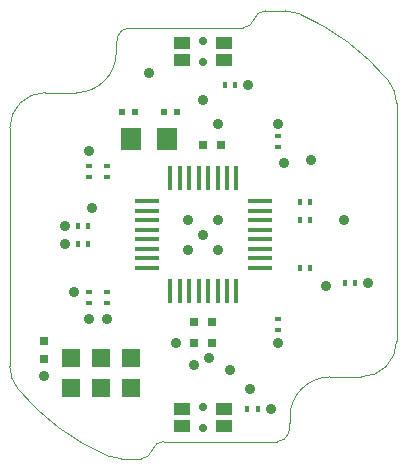
<source format=gts>
%FSLAX46Y46*%
G04 Gerber Fmt 4.6, Leading zero omitted, Abs format (unit mm)*
G04 Created by KiCad (PCBNEW (2014-jul-16 BZR unknown)-product) date Fri 15 May 2015 05:11:27 PM EDT*
%MOMM*%
G01*
G04 APERTURE LIST*
%ADD10C,0.150000*%
%ADD11C,0.010000*%
%ADD12R,0.800000X0.750000*%
%ADD13R,0.600000X0.500000*%
%ADD14R,0.600000X0.400000*%
%ADD15R,0.400000X0.600000*%
%ADD16C,0.710000*%
%ADD17R,1.400000X1.050000*%
%ADD18R,0.449580X1.998980*%
%ADD19R,1.998980X0.449580*%
%ADD20R,1.700000X1.900000*%
%ADD21R,0.750000X0.800000*%
%ADD22R,1.524000X1.524000*%
%ADD23C,0.889000*%
G04 APERTURE END LIST*
D10*
D11*
X-6279774Y17513859D02*
X3350000Y17513859D01*
X-7241037Y16789496D02*
G75*
G02X-6279774Y17513859I961263J-275638D01*
G74*
G01*
X-7356884Y15967105D02*
G75*
G02X-7241219Y16788858I2999998J-3246D01*
G74*
G01*
X-7356886Y15963859D02*
X-7356886Y15434116D01*
X-7356886Y15434116D02*
G75*
G02X-10756886Y12034116I-3400000J0D01*
G74*
G01*
X-10756886Y12034116D02*
X-13373666Y12034116D01*
X-16373661Y9039352D02*
G75*
G02X-13373666Y12034116I2999995J-5236D01*
G74*
G01*
X-16373667Y9034116D02*
X-16373667Y-11131265D01*
X-15681866Y-13047567D02*
G75*
G02X-16373667Y-11131265I2308197J1916302D01*
G74*
G01*
X-8143775Y-18703981D02*
G75*
G02X-15679470Y-13050448I8143775J18703983D01*
G74*
G01*
X-6924282Y-18963859D02*
G75*
G02X-8115544Y-18716248I2203J2999999D01*
G74*
G01*
X-6922082Y-18963860D02*
X-5272889Y-18963860D01*
X-4311626Y-18239497D02*
G75*
G02X-5272889Y-18963860I-961263J275638D01*
G74*
G01*
X-4311262Y-18238222D02*
G75*
G02X-3350000Y-17513859I961262J-275637D01*
G74*
G01*
X6279774Y-17513859D02*
X-3350000Y-17513859D01*
X7241037Y-16789496D02*
G75*
G02X6279774Y-17513859I-961263J275638D01*
G74*
G01*
X7356884Y-15967105D02*
G75*
G02X7241219Y-16788858I-2999998J3246D01*
G74*
G01*
X7356886Y-15963859D02*
X7356886Y-15434116D01*
X7356886Y-15434116D02*
G75*
G02X10756886Y-12034116I3400000J0D01*
G74*
G01*
X10756886Y-12034116D02*
X13373666Y-12034116D01*
X16373661Y-9039352D02*
G75*
G02X13373666Y-12034116I-2999995J5236D01*
G74*
G01*
X16373667Y-9034116D02*
X16373667Y11131265D01*
X15681866Y13047567D02*
G75*
G02X16373667Y11131265I-2308197J-1916302D01*
G74*
G01*
X8143775Y18703981D02*
G75*
G02X15679470Y13050448I-8143775J-18703983D01*
G74*
G01*
X6924282Y18963859D02*
G75*
G02X8115544Y18716248I-2203J-2999999D01*
G74*
G01*
X6922082Y18963860D02*
X5272889Y18963860D01*
X4311626Y18239497D02*
G75*
G02X5272889Y18963860I961263J-275638D01*
G74*
G01*
X4311262Y18238222D02*
G75*
G02X3350000Y17513859I-961262J275637D01*
G74*
G01*
D12*
X12000Y7620000D03*
X1512000Y7620000D03*
X-750000Y-9144000D03*
X750000Y-9144000D03*
X-750000Y-7366000D03*
X750000Y-7366000D03*
D13*
X-6900000Y10414000D03*
X-5800000Y10414000D03*
X-2244000Y10414000D03*
X-3344000Y10414000D03*
D14*
X-8128000Y4884000D03*
X-8128000Y5784000D03*
X-9652000Y4884000D03*
X-9652000Y5784000D03*
D15*
X-9710000Y762000D03*
X-10610000Y762000D03*
X-9710000Y-762000D03*
X-10610000Y-762000D03*
D14*
X-9652000Y-4884000D03*
X-9652000Y-5784000D03*
X-8128000Y-4884000D03*
X-8128000Y-5784000D03*
X6350000Y-7170000D03*
X6350000Y-8070000D03*
D15*
X8186000Y-2794000D03*
X9086000Y-2794000D03*
X8186000Y1270000D03*
X9086000Y1270000D03*
X8186000Y2794000D03*
X9086000Y2794000D03*
D14*
X6350000Y8324000D03*
X6350000Y7424000D03*
D15*
X1836000Y12700000D03*
X2736000Y12700000D03*
X3741000Y-14732000D03*
X4641000Y-14732000D03*
X11996000Y-4064000D03*
X12896000Y-4064000D03*
D16*
X0Y-14600000D03*
X0Y-16400000D03*
D17*
X-1800000Y-14775000D03*
X-1800000Y-16225000D03*
X1800000Y-14775000D03*
X1800000Y-16225000D03*
D16*
X0Y14600000D03*
X0Y16400000D03*
D17*
X1800000Y14775000D03*
X1800000Y16225000D03*
X-1800000Y14775000D03*
X-1800000Y16225000D03*
D18*
X-2776220Y4815840D03*
X-1976120Y4815840D03*
X-1176020Y4815840D03*
X-375920Y4815840D03*
X424180Y4815840D03*
X1224280Y4815840D03*
X2024380Y4815840D03*
X2824480Y4815840D03*
X2819400Y-4749800D03*
X-2794000Y-4749800D03*
X-1981200Y-4749800D03*
X-1168400Y-4749800D03*
X-381000Y-4749800D03*
X431800Y-4749800D03*
X1219200Y-4749800D03*
X2032000Y-4749800D03*
D19*
X4826000Y2824480D03*
X4826000Y2026920D03*
X4826000Y1224280D03*
X4826000Y426720D03*
X4826000Y-375920D03*
X4826000Y-1173480D03*
X4826000Y-1976120D03*
X4826000Y-2773680D03*
X-4775200Y2819400D03*
X-4775200Y2032000D03*
X-4775200Y1219200D03*
X-4775200Y431800D03*
X-4775200Y-355600D03*
X-4775200Y-1168400D03*
X-4775200Y-1981200D03*
X-4775200Y-2794000D03*
D20*
X-6122000Y8128000D03*
X-3022000Y8128000D03*
D21*
X-13500000Y-10500000D03*
X-13500000Y-9000000D03*
D22*
X-11176000Y-12954000D03*
X-11176000Y-10414000D03*
X-8636000Y-12954000D03*
X-8636000Y-10414000D03*
X-6096000Y-12954000D03*
X-6096000Y-10414000D03*
D23*
X2286000Y-11430000D03*
X3937000Y-13081000D03*
X1300000Y9400000D03*
X-9398000Y2286000D03*
X-10922000Y-4826000D03*
X-2286000Y-9144000D03*
X508000Y-10414000D03*
X6858000Y6096000D03*
X-1270000Y-1270000D03*
X-1270000Y1270000D03*
X1270000Y-1270000D03*
X0Y0D03*
X1270000Y1270000D03*
X13970000Y-4064000D03*
X3810000Y12700000D03*
X5715000Y-14732000D03*
X-13462000Y-11938000D03*
X0Y11430000D03*
X-762000Y-11049000D03*
X6350000Y-9144000D03*
X10414000Y-4318000D03*
X11938000Y1270000D03*
X9144000Y6350000D03*
X6350000Y9398000D03*
X-4572000Y13716000D03*
X-9652000Y7112000D03*
X-11684000Y762000D03*
X-11684000Y-762000D03*
X-9652000Y-7112000D03*
X-8128000Y-7112000D03*
M02*

</source>
